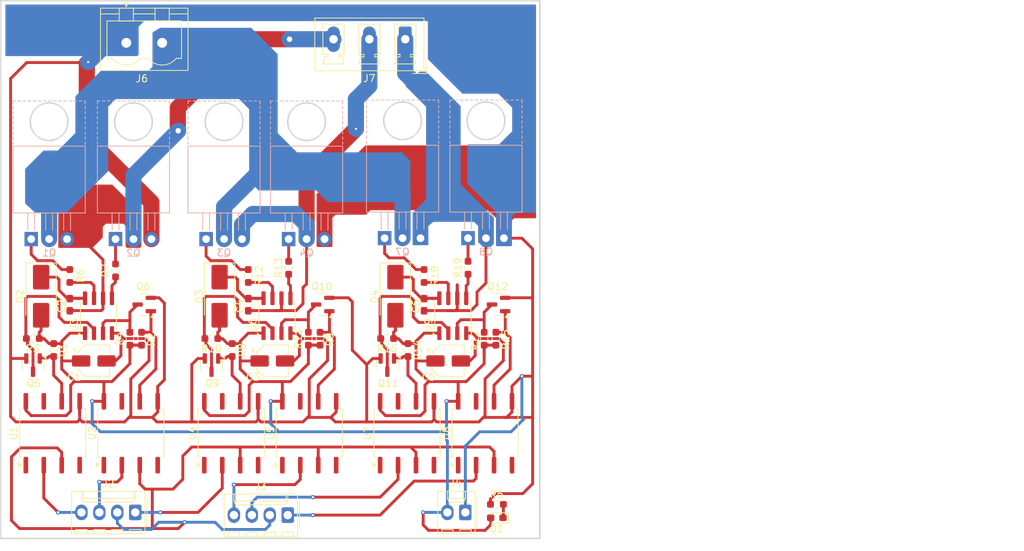
<source format=kicad_pcb>
(kicad_pcb (version 20241229) (generator "pcbnew") (generator_version "9.0")
  (layers (0 "F.Cu" signal) (2 "B.Cu" signal) (13 "F.Paste" user) (15 "B.Paste" user) (5 "F.SilkS" user "F.Silkscreen") (7 "B.SilkS" user "B.Silkscreen") (1 "F.Mask" user) (3 "B.Mask" user) (25 "Edge.Cuts" user))
  (net 0 "")
  (net 1 "GND_Inv")
  (net 2 "Gate_U_Mid")
  (net 3 "Net-(D2-K)")
  (net 4 "Gate_V_Mid")
  (net 5 "Net-(D3-K)")
  (net 6 "Net-(D4-K)")
  (net 7 "Gate_W_Mid")
  (net 8 "Net-(D1-K)")
  (net 9 "Signal_U_In")
  (net 10 "Signal_U_Sd")
  (net 11 "GND_Micro")
  (net 12 "Signal_V_In")
  (net 13 "Signal_W_In")
  (net 14 "Signal_V_Sd")
  (net 15 "Signal_W_Sd")
  (net 16 "Gate_U_High")
  (net 17 "Gate_U_Low")
  (net 18 "Gate_V_High")
  (net 19 "Gate_V_Low")
  (net 20 "Net-(Q5-B)")
  (net 21 "Net-(Q5-C)")
  (net 22 "Net-(Q6-C)")
  (net 23 "Net-(Q6-B)")
  (net 24 "Gate_W_High")
  (net 25 "Gate_W_Low")
  (net 26 "Net-(Q9-C)")
  (net 27 "Net-(Q9-B)")
  (net 28 "Net-(Q10-B)")
  (net 29 "Net-(Q10-C)")
  (net 30 "Net-(Q11-C)")
  (net 31 "Net-(Q11-B)")
  (net 32 "Net-(Q12-B)")
  (net 33 "Net-(Q12-C)")
  (net 34 "Net-(U3-HO)")
  (net 35 "Net-(U3-LO)")
  (net 36 "Net-(U9-HO)")
  (net 37 "Net-(U9-LO)")
  (net 53 "/Inversor/HVDC_Bus")
  (net 54 "/Inversor/12V_Inv")
  (net 55 "Net-(U6-HO)")
  (net 56 "Net-(U6-LO)")
  (footprint "Connector_Phoenix_MSTB:PhoenixContact_MSTBVA_2,5_2-G-5,08_1x02_P5.08mm_Vertical" (layer "F.Cu") (at 82.042 47.879)
    (property "Reference" "J6")
    (property "Value" "Conn_01x02")
  )
  (footprint "Resistor_SMD:R_0603_1608Metric_Pad0.98x0.95mm_HandSolder" (layer "F.Cu") (at 105.029 79.756 90)
    (property "Reference" "R13")
    (property "Value" "10")
  )
  (footprint "Resistor_SMD:R_0603_1608Metric_Pad0.98x0.95mm_HandSolder" (layer "F.Cu") (at 130.429 79.756 90)
    (property "Reference" "R19")
    (property "Value" "10")
  )
  (footprint "Capacitor_SMD:CP_Elec_4x5.4" (layer "F.Cu") (at 77.448 92.964)
    (property "Reference" "C1")
    (property "Value" "10uF")
  )
  (footprint "Package_SO:SOP-8_6.62x9.15mm_P2.54mm" (layer "F.Cu") (at 107.95 103.204 90)
    (property "Reference" "U5")
    (property "Value" "6N135")
  )
  (footprint "Resistor_SMD:R_0603_1608Metric_Pad0.98x0.95mm_HandSolder" (layer "F.Cu") (at 134.366 89.8125 90)
    (property "Reference" "R15")
    (property "Value" "2.2k")
  )
  (footprint "Capacitor_SMD:C_0603_1608Metric_Pad1.08x0.95mm_HandSolder" (layer "F.Cu") (at 99.314 84.9895 -90)
    (property "Reference" "C4")
    (property "Value" "100nF")
  )
  (footprint "LED_SMD:LED_0603_1608Metric_Pad1.05x0.95mm_HandSolder" (layer "F.Cu") (at 134.507 115.189 180)
    (property "Reference" "D1")
    (property "Value" "LED")
  )
  (footprint "Resistor_SMD:R_0603_1608Metric_Pad0.98x0.95mm_HandSolder" (layer "F.Cu") (at 124.206 80.9225 90)
    (property "Reference" "R18")
    (property "Value" "10")
  )
  (footprint "Package_SO:SOP-8_6.62x9.15mm_P2.54mm" (layer "F.Cu") (at 71.628 103.204 90)
    (property "Reference" "U1")
    (property "Value" "6N135")
  )
  (footprint "Package_SO:SOP-8_6.62x9.15mm_P2.54mm" (layer "F.Cu") (at 82.677 103.204 90)
    (property "Reference" "U2")
    (property "Value" "6N135")
  )
  (footprint "Resistor_SMD:R_0603_1608Metric_Pad0.98x0.95mm_HandSolder" (layer "F.Cu") (at 132.715 89.8125 90)
    (property "Reference" "R17")
    (property "Value" "10k")
  )
  (footprint "Package_SO:SOIC-8_3.9x4.9mm_P1.27mm" (layer "F.Cu") (at 128.27 86.549 90)
    (property "Reference" "U9")
    (property "Value" "IR2104")
  )
  (footprint "Package_SO:SOP-8_6.62x9.15mm_P2.54mm" (layer "F.Cu") (at 121.793 103.204 90)
    (property "Reference" "U7")
    (property "Value" "6N135")
  )
  (footprint "Package_TO_SOT_SMD:SOT-23" (layer "F.Cu") (at 68.834 93.5505 -90)
    (property "Reference" "Q5")
    (property "Value" "SS8050")
  )
  (footprint "Capacitor_SMD:C_0603_1608Metric_Pad1.08x0.95mm_HandSolder" (layer "F.Cu") (at 74.041 84.9895 -90)
    (property "Reference" "C2")
    (property "Value" "100nF")
  )
  (footprint "Resistor_SMD:R_0603_1608Metric_Pad0.98x0.95mm_HandSolder" (layer "F.Cu") (at 80.518 80.137 90)
    (property "Reference" "R7")
    (property "Value" "10")
  )
  (footprint "Resistor_SMD:R_0603_1608Metric_Pad0.98x0.95mm_HandSolder" (layer "F.Cu") (at 121.92 91.4165 -90)
    (property "Reference" "R14")
    (property "Value" "2.2k")
  )
  (footprint "Resistor_SMD:R_0603_1608Metric_Pad0.98x0.95mm_HandSolder" (layer "F.Cu") (at 107.823 89.8125 90)
    (property "Reference" "R11")
    (property "Value" "10k")
  )
  (footprint "Capacitor_SMD:CP_Elec_4x5.4" (layer "F.Cu") (at 127.613 92.964)
    (property "Reference" "C5")
    (property "Value" "10uF")
  )
  (footprint "Package_SO:SOP-8_6.62x9.15mm_P2.54mm" (layer "F.Cu") (at 132.842 103.204 90)
    (property "Reference" "U8")
    (property "Value" "6N135")
  )
  (footprint "Resistor_SMD:R_0603_1608Metric_Pad0.98x0.95mm_HandSolder" (layer "F.Cu") (at 82.55 89.8125 90)
    (property "Reference" "R4")
    (property "Value" "10k")
  )
  (footprint "Connector_Molex:Molex_KK-254_AE-6410-02A_1x02_P2.54mm_Vertical" (layer "F.Cu") (at 130.048 114.427 180)
    (property "Reference" "J4")
    (property "Value" "Conn_01x02")
  )
  (footprint "Resistor_SMD:R_0603_1608Metric_Pad0.98x0.95mm_HandSolder" (layer "F.Cu") (at 84.201 89.8125 90)
    (property "Reference" "R2")
    (property "Value" "2.2k")
  )
  (footprint "Package_TO_SOT_SMD:SOT-23" (layer "F.Cu") (at 134.747 84.963 180)
    (property "Reference" "Q12")
    (property "Value" "SS8050")
  )
  (footprint "Package_SO:SOP-8_6.62x9.15mm_P2.54mm" (layer "F.Cu") (at 96.901 103.204 90)
    (property "Reference" "U4")
    (property "Value" "6N135")
  )
  (footprint "Resistor_SMD:R_0603_1608Metric_Pad0.98x0.95mm_HandSolder" (layer "F.Cu") (at 94.0835 89.789 180)
    (property "Reference" "R10")
    (property "Value" "10k")
  )
  (footprint "Connector_Molex:Molex_KK-254_AE-6410-04A_1x04_P2.54mm_Vertical" (layer "F.Cu") (at 83.312 114.427 180)
    (property "Reference" "J2")
    (property "Value" "Conn_01x04")
  )
  (footprint "Resistor_SMD:R_0603_1608Metric_Pad0.98x0.95mm_HandSolder" (layer "F.Cu") (at 109.474 89.8125 90)
    (property "Reference" "R9")
    (property "Value" "2.2k")
  )
  (footprint "Resistor_SMD:R_0603_1608Metric_Pad0.98x0.95mm_HandSolder" (layer "F.Cu") (at 68.8105 89.789 180)
    (property "Reference" "R3")
    (property "Value" "10k")
  )
  (footprint "Capacitor_SMD:C_0603_1608Metric_Pad1.08x0.95mm_HandSolder" (layer "F.Cu") (at 124.206 84.9895 -90)
    (property "Reference" "C6")
    (property "Value" "100nF")
  )
  (footprint "Connector_Phoenix_MC_HighVoltage:PhoenixContact_MCV_1,5_3-G-5.08_1x03_P5.08mm_Vertical" (layer "F.Cu") (at 121.539 47.371 180)
    (property "Reference" "J7")
    (property "Value" "Conn_01x03")
  )
  (footprint "Capacitor_SMD:CP_Elec_4x5.4" (layer "F.Cu") (at 102.721 92.964)
    (property "Reference" "C3")
    (property "Value" "10uF")
  )
  (footprint "Resistor_SMD:R_0603_1608Metric_Pad0.98x0.95mm_HandSolder" (layer "F.Cu") (at 99.314 80.9225 90)
    (property "Reference" "R12")
    (property "Value" "10")
  )
  (footprint "Package_SO:SOIC-8_3.9x4.9mm_P1.27mm" (layer "F.Cu") (at 78.105 86.549 90)
    (property "Reference" "U3")
    (property "Value" "IR2104")
  )
  (footprint "Package_TO_SOT_SMD:SOT-23" (layer "F.Cu") (at 84.582 84.963 180)
    (property "Reference" "Q6")
    (property "Value" "SS8050")
  )
  (footprint "Resistor_SMD:R_0603_1608Metric_Pad0.98x0.95mm_HandSolder" (layer "F.Cu") (at 71.755 91.4165 -90)
    (property "Reference" "R1")
    (property "Value" "2.2k")
  )
  (footprint "Diode_SMD:D_SMB_Handsoldering" (layer "F.Cu") (at 120.142 83.787 -90)
    (property "Reference" "D4")
    (property "Value" "MUR260S")
  )
  (footprint "Package_SO:SOIC-8_3.9x4.9mm_P1.27mm" (layer "F.Cu") (at 103.378 86.549 90)
    (property "Reference" "U6")
    (property "Value" "IR2104")
  )
  (footprint "Diode_SMD:D_SMB_Handsoldering" (layer "F.Cu") (at 69.977 83.787 -90)
    (property "Reference" "D2")
    (property "Value" "MUR260S")
  )
  (footprint "Resistor_SMD:R_0603_1608Metric_Pad0.98x0.95mm_HandSolder" (layer "F.Cu") (at 118.9755 89.789 180)
    (property "Reference" "R16")
    (property "Value" "10k")
  )
  (footprint "Resistor_SMD:R_0603_1608Metric_Pad0.98x0.95mm_HandSolder" (layer "F.Cu") (at 134.5165 113.284 180)
    (property "Reference" "R5")
    (property "Value" "1.2k")
  )
  (footprint "Package_TO_SOT_SMD:SOT-23" (layer "F.Cu") (at 109.855 84.963 180)
    (property "Reference" "Q10")
    (property "Value" "SS8050")
  )
  (footprint "Package_TO_SOT_SMD:SOT-23" (layer "F.Cu") (at 94.107 93.5505 -90)
    (property "Reference" "Q9")
    (property "Value" "SS8050")
  )
  (footprint "Diode_SMD:D_SMB_Handsoldering" (layer "F.Cu") (at 95.25 83.787 -90)
    (property "Reference" "D3")
    (property "Value" "MUR260S")
  )
  (footprint "Resistor_SMD:R_0603_1608Metric_Pad0.98x0.95mm_HandSolder" (layer "F.Cu") (at 74.041 80.9225 90)
    (property "Reference" "R6")
    (property "Value" "10")
  )
  (footprint "Connector_Molex:Molex_KK-254_AE-6410-04A_1x04_P2.54mm_Vertical" (layer "F.Cu") (at 104.902 114.808 180)
    (property "Reference" "J3")
    (property "Value" "Conn_01x04")
  )
  (footprint "Package_TO_SOT_SMD:SOT-23" (layer "F.Cu") (at 118.999 93.5505 -90)
    (property "Reference" "Q11")
    (property "Value" "SS8050")
  )
  (footprint "Resistor_SMD:R_0603_1608Metric_Pad0.98x0.95mm_HandSolder" (layer "F.Cu") (at 97.028 91.4165 -90)
    (property "Reference" "R8")
    (property "Value" "2.2k")
  )
  (footprint "Package_TO_SOT_THT:TO-220-3_Horizontal_TabUp" (layer "B.Cu") (at 130.429 75.565)
    (property "Reference" "Q8")
    (property "Value" "TK8A65D")
  )
  (footprint "Package_TO_SOT_THT:TO-220-3_Horizontal_TabUp" (layer "B.Cu") (at 105.029 75.692)
    (property "Reference" "Q4")
    (property "Value" "TK8A65D")
  )
  (footprint "Package_TO_SOT_THT:TO-220-3_Horizontal_TabUp" (layer "B.Cu") (at 68.58 75.692)
    (property "Reference" "Q1")
    (property "Value" "TK8A65D")
  )
  (footprint "Package_TO_SOT_THT:TO-220-3_Horizontal_TabUp" (layer "B.Cu") (at 93.345 75.692)
    (property "Reference" "Q3")
    (property "Value" "TK8A65D")
  )
  (footprint "Package_TO_SOT_THT:TO-220-3_Horizontal_TabUp" (layer "B.Cu") (at 80.518 75.692)
    (property "Reference" "Q2")
    (property "Value" "TK8A65D")
  )
  (footprint "Package_TO_SOT_THT:TO-220-3_Horizontal_TabUp" (layer "B.Cu") (at 118.618 75.565)
    (property "Reference" "Q7")
    (property "Value" "TK8A65D")
  )
  (gr_poly (pts (xy 109.093 76.708) (xy 111.125 76.708) (xy 111.125 72.644) (xy 111.633 72.136) (xy 115.951 72.136) (xy 116.586 71.501) (xy 133.223 71.501) (xy 134.493 72.644) (xy 134.493 76.581) (xy 136.525 76.581) (xy 136.525 73.025) (xy 136.906 72.644) (xy 139.954 72.644) (xy 139.954 63.881) (xy 138.557 62.484) (xy 115.951 62.484) (xy 109.093 69.342)) (stroke (width 0.2)) (fill yes) (layer "F.Cu") (net 1))
  (gr_poly (pts (xy 72.517 76.835) (xy 77.216 76.835) (xy 78.613 75.438) (xy 78.613 73.914) (xy 79.121 73.406) (xy 81.661 73.406) (xy 82.042 73.787) (xy 82.042 76.708) (xy 82.169 76.835) (xy 83.947 76.835) (xy 84.074 76.708) (xy 84.074 72.136) (xy 80.01 68.072) (xy 73.533 68.072) (xy 72.517 69.088)) (stroke (width 0.2)) (fill yes) (layer "F.Cu") (net 2))
  (gr_poly (pts (xy 86.868 45.847) (xy 99.695 45.847) (xy 103.378 49.53) (xy 103.378 60.706) (xy 106.172 63.5) (xy 121.031 63.5) (xy 122.174 64.643) (xy 122.174 70.358) (xy 110.617 70.358) (xy 109.093 68.834) (xy 109.093 68.707) (xy 100.838 68.707) (xy 99.695 67.564) (xy 99.695 57.404) (xy 98.044 55.753) (xy 80.518 55.753) (xy 79.375 56.896) (xy 79.375 66.04) (xy 73.533 71.882) (xy 69.215 71.882) (xy 67.818 70.612) (xy 67.818 65.786) (xy 70.358 63.246) (xy 72.39 63.246) (xy 74.93 60.706) (xy 74.93 55.499) (xy 78.486 51.943) (xy 85.217 51.943) (xy 85.852 51.308) (xy 85.852 46.4566)) (stroke (width 0.2)) (fill yes) (layer "B.Cu") (net 53))
  (gr_poly (pts (xy 136.525 76.581) (xy 136.525 72.517) (xy 137.16 71.882) (xy 139.954 71.882) (xy 139.954 42.545) (xy 65.024 42.545) (xy 65.024 49.657) (xy 83.566 49.657) (xy 83.693 49.53) (xy 83.693 44.831) (xy 83.566 44.704) (xy 124.714 44.704) (xy 124.841 44.831) (xy 124.841 50.165) (xy 129.667 54.991) (xy 134.747 54.991) (xy 136.779 57.023) (xy 136.779 60.452) (xy 134.874 62.357) (xy 130.429 62.357) (xy 130.429 67.818) (xy 134.493 71.830394) (xy 134.493 76.581)) (stroke (width 0.2)) (fill yes) (layer "B.Cu") (net 1))
  (gr_poly (pts (xy 122.682 76.454) (xy 122.682 72.009) (xy 124.587 70.104) (xy 124.587 56.896) (xy 121.666 53.975) (xy 123.571 52.07) (xy 124.46 52.07) (xy 129.286 56.896) (xy 129.286 67.945) (xy 133.985 72.694132) (xy 133.985 76.327) (xy 133.604 76.708) (xy 132.588 76.708) (xy 131.953 76.073) (xy 131.953 73.787) (xy 131.318 73.152) (xy 125.476 73.152) (xy 124.714 73.787) (xy 124.714 76.454)) (stroke (width 0.2)) (fill yes) (layer "B.Cu") (net 7))
  (gr_circle (center 71.12 59.055) (end 73.787 59.055) (stroke (width 0.2)) (fill no) (layer "Edge.Cuts"))
  (gr_circle (center 83.058 59.055) (end 85.725 59.055) (stroke (width 0.2)) (fill no) (layer "Edge.Cuts"))
  (gr_circle (center 95.885 59.055) (end 98.552 59.055) (stroke (width 0.2)) (fill no) (layer "Edge.Cuts"))
  (gr_circle (center 121.158 58.928) (end 123.825 58.928) (stroke (width 0.2)) (fill no) (layer "Edge.Cuts"))
  (gr_rect (start 64.262 41.91) (end 140.589 118.11) (stroke (width 0.2)) (fill no) (layer "Edge.Cuts"))
  (gr_circle (center 107.569 59.055) (end 110.236 59.055) (stroke (width 0.2)) (fill no) (layer "Edge.Cuts"))
  (gr_circle (center 132.969 58.928) (end 135.636 59.055) (stroke (width 0.2)) (fill no) (layer "Edge.Cuts"))
  (segment (start 80.01 89.024) (end 80.896 89.024) (width 0.4064) (layer "F.Cu") (net 1))
  (segment (start 79.27 92.964) (end 79.248 92.986) (width 0.4064) (layer "F.Cu") (net 1))
  (segment (start 131.953 101.6) (end 132.588 100.965) (width 0.4064) (layer "F.Cu") (net 1))
  (segment (start 85.725 100.965) (end 82.423 100.965) (width 0.4064) (layer "F.Cu") (net 1))
  (segment (start 110.7925 84.013) (end 113.477 84.013) (width 0.4064) (layer "F.Cu") (net 1))
  (segment (start 82.677 95.504) (end 82.677 100.711) (width 0.4064) (layer "F.Cu") (net 1))
  (segment (start 138.049 75.565) (end 135.509 75.565) (width 0.4064) (layer "F.Cu") (net 1))
  (segment (start 105.791 92.964) (end 106.553 92.202) (width 0.4064) (layer "F.Cu") (net 1))
  (segment (start 86.68 84.013) (end 87.437 84.77) (width 0.4064) (layer "F.Cu") (net 1))
  (segment (start 100.711 98.679) (end 100.711 100.584) (width 0.4064) (layer "F.Cu") (net 1))
  (segment (start 111.76 98.679) (end 111.76 100.203) (width 0.4064) (layer "F.Cu") (net 1))
  (segment (start 116.078 101.6) (end 111.633 101.6) (width 0.4064) (layer "F.Cu") (net 1))
  (segment (start 81.6637 89.7917) (end 84.669282 89.7917) (width 0.4064) (layer "F.Cu") (net 1))
  (segment (start 67.945 50.673) (end 77.216 50.673) (width 0.4064) (layer "F.Cu") (net 1))
  (segment (start 85.2655 92.9155) (end 82.677 95.504) (width 0.4064) (layer "F.Cu") (net 1))
  (segment (start 82.677 100.711) (end 82.423 100.965) (width 0.4064) (layer "F.Cu") (net 1))
  (segment (start 67.884 92.613) (end 65.689 92.613) (width 0.4064) (layer "F.Cu") (net 1))
  (segment (start 100.711 98.726) (end 100.711 99.8855) (width 0.4064) (layer "F.Cu") (net 1))
  (segment (start 87.437 95.631) (end 86.487 96.581) (width 0.4064) (layer "F.Cu") (net 1))
  (segment (start 106.553 92.202) (end 106.553 90.1754) (width 0.4064) (layer "F.Cu") (net 1))
  (segment (start 139.573 110.363) (end 138.176 111.76) (width 0.4064) (layer "F.Cu") (net 1))
  (segment (start 125.603 100.584) (end 125.603 101.219) (width 0.4064) (layer "F.Cu") (net 1))
  (segment (start 116.078 93.472) (end 116.937 92.613) (width 0.4064) (layer "F.Cu") (net 1))
  (segment (start 66.421 101.6) (end 65.659 100.838) (width 0.4064) (layer "F.Cu") (net 1))
  (segment (start 110.998 100.965) (end 107.696 100.965) (width 0.4064) (layer "F.Cu") (net 1))
  (segment (start 111.633 101.6) (end 110.998 100.965) (width 0.4064) (layer "F.Cu") (net 1))
  (segment (start 106.553 90.1754) (end 106.9367 89.7917) (width 0.4064) (layer "F.Cu") (net 1))
  (segment (start 80.896 89.024) (end 81.6637 89.7917) (width 0.4064) (layer "F.Cu") (net 1))
  (segment (start 104.521 92.964) (end 105.791 92.964) (width 0.4064) (layer "F.Cu") (net 1))
  (segment (start 114.046 91.44) (end 116.078 93.472) (width 0.4064) (layer "F.Cu") (net 1))
  (segment (start 76.454 50.8) (end 76.6445 50.6095) (width 2.286) (layer "F.Cu") (net 1))
  (segment (start 93.157 92.613) (end 92.172 92.613) (width 0.4064) (layer "F.Cu") (net 1))
  (segment (start 132.842 95.504) (end 132.842 100.711) (width 0.4064) (layer "F.Cu") (net 1))
  (segment (start 86.487 100.203) (end 85.725 100.965) (width 0.4064) (layer "F.Cu") (net 1))
  (segment (start 105.283 89.024) (end 106.169 89.024) (width 0.4064) (layer "F.Cu") (net 1))
  (segment (start 125.603 101.219) (end 125.63475 101.25075) (width 0.4064) (layer "F.Cu") (net 1))
  (segment (start 132.842 100.711) (end 132.588 100.965) (width 0.4064) (layer "F.Cu") (net 1))
  (segment (start 139.573 100.965) (end 139.573 95.123) (width 0.4064) (layer "F.Cu") (net 1))
  (segment (start 109.942282 89.7917) (end 110.5385 90.387918) (width 0.4064) (layer "F.Cu") (net 1))
  (segment (start 133.604 112.522) (end 133.604 113.284) (width 0.4064) (layer "F.Cu") (net 1))
  (segment (start 106.9367 89.7917) (end 109.942282 89.7917) (width 0.4064) (layer "F.Cu") (net 1))
  (segment (start 75.46975 101.25075) (end 75.1205 101.6) (width 0.4064) (layer "F.Cu") (net 1))
  (segment (start 81.28 92.202) (end 81.28 90.1754) (width 0.4064) (layer "F.Cu") (net 1))
  (segment (start 138.049 95.123) (end 139.573 95.123) (width 0.4064) (layer "F.Cu") (net 1))
  (segment (start 85.598 75.692) (end 85.598 70.485) (width 2.286) (layer "F.Cu") (net 1))
  (segment (start 100.3935 101.6) (end 100.74275 101.25075) (width 0.4064) (layer "F.Cu") (net 1))
  (segment (start 135.89 100.965) (end 136.652 100.203) (width 0.4064) (layer "F.Cu") (net 1))
  (segment (start 100.711 101.219) (end 100.74275 101.25075) (width 0.4064) (layer "F.Cu") (net 1))
  (segment (start 116.937 92.613) (end 118.049 92.613) (width 0.4064) (layer "F.Cu") (net 1))
  (segment (start 75.438 98.679) (end 75.438 100.584) (width 0.4064) (layer "F.Cu") (net 1))
  (segment (start 75.819 101.6) (end 81.788 101.6) (width 0.4064) (layer "F.Cu") (net 1))
  (segment (start 114.046 84.582) (end 114.046 91.44) (width 0.4064) (layer "F.Cu") (net 1))
  (segment (start 107.95 95.504) (end 107.95 100.711) (width 0.4064) (layer "F.Cu") (net 1))
  (segment (start 75.46975 101.25075) (end 75.819 101.6) (width 0.4064) (layer "F.Cu") (net 1))
  (segment (start 116.078 101.6) (end 116.078 93.472) (width 0.4064) (layer "F.Cu") (net 1))
  (segment (start 125.2855 101.6) (end 116.078 101.6) (width 0.4064) (layer "F.Cu") (net 1))
  (segment (start 65.659 100.838) (end 65.659 52.959) (width 0.4064) (layer "F.Cu") (net 1))
  (segment (start 131.445 92.202) (end 131.445 90.1754) (width 0.4064) (layer "F.Cu") (net 1))
  (segment (start 101.092 101.6) (end 107.061 101.6) (width 0.4064) (layer "F.Cu") (net 1))
  (segment (start 75.1205 101.6) (end 66.421 101.6) (width 0.4064) (layer "F.Cu") (net 1))
  (segment (start 91.313 93.472) (end 91.313 101.6) (width 0.4064) (layer "F.Cu") (net 1))
  (segment (start 135.6845 84.013) (end 139.507 84.013) (width 0.4064) (layer "F.Cu") (net 1))
  (segment (start 134.834282 89.7917) (end 135.4305 90.387918) (width 0.4064) (layer "F.Cu") (net 1))
  (segment (start 131.061 89.024) (end 131.8287 89.7917) (width 0.4064) (layer "F.Cu") (net 1))
  (segment (start 75.438 98.726) (end 75.438 99.8855) (width 0.4064) (layer "F.Cu") (net 1))
  (segment (start 130.683 92.964) (end 131.445 92.202) (width 0.4064) (layer "F.Cu") (net 1))
  (segment (start 129.435 92.964) (end 129.413 92.986) (width 0.4064) (layer "F.Cu") (net 1))
  (segment (start 125.603 98.726) (end 125.603 100.584) (width 0.4064) (layer "F.Cu") (net 1))
  (segment (start 131.8287 89.7917) (end 134.834282 89.7917) (width 0.4064) (layer "F.Cu") (net 1))
  (segment (start 125.63475 101.25075) (end 125.984 101.6) (width 0.4064) (layer "F.Cu") (net 1))
  (segment (start 139.573 95.123) (end 139.573 83.947) (width 0.4064) (layer "F.Cu") (net 1))
  (segment (start 125.603 98.726) (end 125.603 99.8855) (width 0.4064) (layer "F.Cu") (net 1))
  (segment (start 132.588 100.965) (end 135.89 100.965) (width 0.4064) (layer "F.Cu") (net 1))
  (segment (start 100.711 98.726) (end 100.711 100.584) (width 0.4064) (layer "F.Cu") (net 1))
  (segment (start 125.2855 101.6) (end 125.63475 101.25075) (width 0.4064) (layer "F.Cu") (net 1))
  (segment (start 91.313 101.6) (end 86.36 101.6) (width 0.4064) (layer "F.Cu") (net 1))
  (segment (start 100.74275 101.25075) (end 101.092 101.6) (width 0.4064) (layer "F.Cu") (net 1))
  (segment (start 81.28 90.1754) (end 81.6637 89.7917) (width 0.4064) (layer "F.Cu") (net 1))
  (segment (start 107.95 100.711) (end 107.696 100.965) (width 0.4064) (layer "F.Cu") (net 1))
  (segment (start 85.598 70.485) (end 76.454 61.341) (width 2.286) (layer "F.Cu") (net 1))
  (segment (start 100.3935 101.6) (end 91.313 101.6) (width 0.4064) (layer "F.Cu") (net 1))
  (segment (start 110.5385 92.9155) (end 107.95 95.504) (width 0.4064) (layer "F.Cu") (net 1))
  (segment (start 139.507 84.013) (end 139.573 83.947) (width 0.4064) (layer "F.Cu") (net 1))
  (segment (start 135.4305 90.387918) (end 135.4305 92.9155) (width 0.4064) (layer "F.Cu") (net 1))
  (segment (start 136.652 96.52) (end 138.049 95.123) (width 0.4064) (layer "F.Cu") (net 1))
  (segment (start 85.2655 90.387918) (end 85.2655 92.9155) (width 0.4064) (layer "F.Cu") (net 1))
  (segment (start 139.573 77.089) (end 138.049 75.565) (width 0.4064) (layer "F.Cu") (net 1))
  (segment (start 100.711 100.584) (end 100.711 101.219) (width 0.4064) (layer "F.Cu") (net 1))
  (segment (start 125.984 101.6) (end 131.953 101.6) (width 0.4064) (layer "F.Cu") (net 1))
  (segment (start 131.445 90.1754) (end 131.8287 89.7917) (width 0.4064) (layer "F.Cu") (net 1))
  (segment (start 87.437 84.77) (end 87.437 95.631) (width 0.4064) (layer "F.Cu") (net 1))
  (segment (start 125.603 98.679) (end 125.603 100.584) (width 0.4064) (layer "F.Cu") (net 1))
  (segment (start 130.175 89.024) (end 131.061 89.024) (width 0.4064) (layer "F.Cu") (net 1))
  (segment (start 139.573 100.965) (end 135.636 100.965) (width 0.4064) (layer "F.Cu") (net 1))
  (segment (start 86.487 96.581) (end 86.487 100.203) (width 0.4064) (layer "F.Cu") (net 1))
  (segment (start 135.4305 92.9155) (end 132.842 95.504) (width 0.4064) (layer "F.Cu") (net 1))
  (segment (start 129.413 92.964) (end 130.683 92.964) (width 0.4064) (layer "F.Cu") (net 1))
  (segment (start 107.061 101.6) (end 107.696 100.965) (width 0.4064) (layer "F.Cu") (net 1))
  (segment (start 75.438 101.219) (end 75.46975 101.25075) (width 0.4064) (layer "F.Cu") (net 1))
  (segment (start 86.36 101.6) (end 85.725 100.965) (width 0.4064) (layer "F.Cu") (net 1))
  (segment (start 106.169 89.024) (end 106.9367 89.7917) (width 0.4064) (layer "F.Cu") (net 1))
  (segment (start 79.248 92.964) (end 80.518 92.964) (width 0.4064) (layer "F.Cu") (net 1))
  (segment (start 138.176 111.76) (end 134.366 111.76) (width 0.4064) (layer "F.Cu") (net 1))
  (segment (start 84.669282 89.7917) (end 85.2655 90.387918) (width 0.4064) (layer "F.Cu") (net 1))
  (segment (start 134.366 111.76) (end 133.604 112.522) (width 0.4064) (layer "F.Cu") (net 1))
  (segment (start 76.454 61.341) (end 76.454 50.8) (width 2.286) (layer "F.Cu") (net 1))
  (segment (start 111.76 100.203) (end 110.998 100.965) (width 0.4064) (layer "F.Cu") (net 1))
  (segment (start 75.438 98.726) (end 75.438 100.584) (width 0.4064) (layer "F.Cu") (net 1))
  (segment (start 65.659 52.959) (end 67.945 50.673) (width 0.4064) (layer "F.Cu") (net 1))
  (segment (start 81.788 101.6) (end 82.423 100.965) (width 0.4064) (layer "F.Cu") (net 1))
  (segment (start 139.573 100.965) (end 139.573 110.363) (width 0.4064) (layer "F.Cu") (net 1))
  (segment (start 113.477 84.013) (end 114.046 84.582) (width 0.4064) (layer "F.Cu") (net 1))
  (segment (start 85.5195 84.013) (end 86.68 84.013) (width 0.4064) (layer "F.Cu") (net 1))
  (segment (start 92.172 92.613) (end 91.313 93.472) (width 0.4064) (layer "F.Cu") (net 1))
  (segment (start 139.573 83.947) (end 139.573 77.089) (width 0.4064) (layer "F.Cu") (net 1))
  (segment (start 110.5385 90.387918) (end 110.5385 92.9155) (width 0.4064) (layer "F.Cu") (net 1))
  (segment (start 104.543 92.964) (end 104.521 92.986) (width 0.4064) (layer "F.Cu") (net 1))
  (segment (start 136.652 100.203) (end 136.652 96.52) (width 0.4064) (layer "F.Cu") (net 1))
  (segment (start 80.518 92.964) (end 81.28 92.202) (width 0.4064) (layer "F.Cu") (net 1))
  (segment (start 75.438 100.584) (end 75.438 101.219) (width 0.4064) (layer "F.Cu") (net 1))
  (via (at 138.049 95.123) (size 0.6) (drill 0.3) (layers "F.Cu" "B.Cu") (net 1))
  (via (at 76.6445 50.6095) (size 0.6) (drill 0.3) (layers "F.Cu" "B.Cu") (net 1))
  (segment (start 79.375 47.879) (end 82.042 47.879) (width 2.286) (layer "B.Cu") (net 1))
  (segment (start 132.08 102.997) (end 136.525 102.997) (width 0.4064) (layer "B.Cu") (net 1))
  (segment (start 82.042 47.879) (end 82.042 45.72) (width 2.286) (layer "B.Cu") (net 1))
  (segment (start 138.049 100.965) (end 138.049 95.123) (width 0.4064) (layer "B.Cu") (net 1))
  (segment (start 138.303 101.219) (end 138.049 100.965) (width 0.4064) (layer "B.Cu") (net 1))
  (segment (start 82.042 45.72) (end 83.947 43.815) (width 2.286) (layer "B.Cu") (net 1))
  (segment (start 136.525 102.997) (end 138.303 101.219) (width 0.4064) (layer "B.Cu") (net 1))
  (segment (start 130.048 114.808) (end 130.048 105.029) (width 0.4064) (layer "B.Cu") (net 1))
  (segment (start 76.6445 50.6095) (end 79.375 47.879) (width 2.286) (layer "B.Cu") (net 1))
  (segment (start 130.048 105.029) (end 132.08 102.997) (width 0.4064) (layer "B.Cu") (net 1))
  (segment (start 89.395 60.338) (end 89.342 60.285) (width 0.508) (layer "F.Cu") (net 2))
  (segment (start 78.74 82.169) (end 78.74 78.613) (width 0.4064) (layer "F.Cu") (net 2))
  (segment (start 78.74 78.613) (end 75.692 75.565) (width 0.4064) (layer "F.Cu") (net 2))
  (segment (start 89.342 57.089) (end 89.342 60.285) (width 2.286) (layer "F.Cu") (net 2))
  (segment (start 73.787 75.565) (end 73.66 75.692) (width 0.4064) (layer "F.Cu") (net 2))
  (segment (start 78.5125 85.8255) (end 74.041 85.8255) (width 0.4064) (layer "F.Cu") (net 2))
  (segment (start 78.74 82.169) (end 78.74 84.074) (width 0.4064) (layer "F.Cu") (net 2))
  (segment (start 75.692 75.565) (end 73.787 75.565) (width 0.4064) (layer "F.Cu") (net 2))
  (segment (start 78.74 82.169) (end 78.74 85.598) (width 0.4064) (layer "F.Cu") (net 2))
  (segment (start 78.74 85.598) (end 78.5125 85.8255) (width 0.4064) (layer "F.Cu") (net 2))
  (segment (start 99.06 47.371) (end 89.342 57.089) (width 2.286) (layer "F.Cu") (net 2))
  (segment (start 105.156 47.371) (end 99.06 47.371) (width 2.286) (layer "F.Cu") (net 2))
  (via (at 105.156 47.371) (size 1.016) (drill 0.762) (layers "F.Cu" "B.Cu") (net 2))
  (via (at 89.395 60.338) (size 1.016) (drill 0.762) (layers "F.Cu" "B.Cu") (net 2))
  (segment (start 83.058 69.215) (end 83.058 71.882) (width 2.286) (layer "B.Cu") (net 2))
  (segment (start 83.058 69.977) (end 83.058 69.215) (width 2.286) (layer "B.Cu") (net 2))
  (segment (start 83.058 71.882) (end 83.058 69.977) (width 2.286) (layer "B.Cu") (net 2))
  (segment (start 83.058 75.692) (end 83.058 71.882) (width 2.286) (layer "B.Cu") (net 2))
  (segment (start 105.156 47.371) (end 111.379 47.371) (width 2.286) (layer "B.Cu") (net 2))
  (segment (start 83.058 66.675) (end 83.058 69.215) (width 2.286) (layer "B.Cu") (net 2))
  (segment (start 89.395 60.338) (end 83.058 66.675) (width 2.286) (layer "B.Cu") (net 2))
  (segment (start 74.094 84.074) (end 74.041 84.127) (width 0.4064) (layer "F.Cu") (net 3))
  (segment (start 75.184 84.1005) (end 75.438 84.1005) (width 0.4064) (layer "F.Cu") (net 3))
  (segment (start 76.1115 84.1005) (end 76.2 84.012) (width 0.4064) (layer "F.Cu") (net 3))
  (segment (start 75.438 84.1005) (end 75.4645 84.074) (width 0.4064) (layer "F.Cu") (net 3))
  (segment (start 76.2 84.074) (end 74.094 84.074) (width 0.4064) (layer "F.Cu") (net 3))
  (segment (start 75.184 84.1005) (end 73.6865 84.1005) (width 0.4064) (layer "F.Cu") (net 3))
  (segment (start 73.6865 84.1005) (end 72.517 82.931) (width 0.4064) (layer "F.Cu") (net 3))
  (segment (start 72.517 82.931) (end 72.517 81.407) (width 0.4064) (layer "F.Cu") (net 3))
  (segment (start 75.4645 84.074) (end 76.2 84.074) (width 0.4064) (layer "F.Cu") (net 3))
  (segment (start 72.197 81.087) (end 69.977 81.087) (width 0.4064) (layer "F.Cu") (net 3))
  (segment (start 75.184 84.1005) (end 76.1115 84.1005) (width 0.4064) (layer "F.Cu") (net 3))
  (segment (start 72.517 81.407) (end 72.197 81.087) (width 0.4064) (layer "F.Cu") (net 3))
  (segment (start 106.0715 85.8255) (end 107.061 84.836) (width 0.4064) (layer "F.Cu") (net 4))
  (segment (start 107.061 82.55) (end 107.569 82.042) (width 0.4064) (layer "F.Cu") (net 4))
  (segment (start 103.7855 85.8255) (end 102.997 85.8255) (width 0.4064) (layer "F.Cu") (net 4))
  (segment (start 107.569 82.042) (end 107.569 75.692) (width 0.4064) (layer "F.Cu") (net 4))
  (segment (start 107.569 67.056) (end 114.554 60.071) (width 2.286) (layer "F.Cu") (net 4))
  (segment (start 107.569 75.692) (end 107.569 67.056) (width 2.286) (layer "F.Cu") (net 4))
  (segment (start 107.061 84.836) (end 107.061 82.55) (width 0.4064) (layer "F.Cu") (net 4))
  (segment (start 102.997 85.8255) (end 106.0715 85.8255) (width 0.4064) (layer "F.Cu") (net 4))
  (segment (start 102.997 85.8255) (end 99.314 85.8255) (width 0.4064) (layer "F.Cu") (net 4))
  (segment (start 104.013 85.598) (end 103.7855 85.8255) (width 0.4064) (layer "F.Cu") (net 4))
  (segment (start 104.013 85.598) (end 104.013 84.074) (width 0.4064) (layer "F.Cu") (net 4))
  (via (at 114.554 60.071) (size 0.6) (drill 0.3) (layers "F.Cu" "B.Cu") (net 4))
  (segment (start 107.569 73.66) (end 107.569 75.692) (width 2.286) (layer "B.Cu") (net 4))
  (segment (start 116.459 53.975) (end 116.459 47.371) (width 2.286) (layer "B.Cu") (net 4))
  (segment (start 114.554 55.88) (end 116.459 53.975) (width 2.286) (layer "B.Cu") (net 4))
  (segment (start 114.554 60.071) (end 114.554 55.88) (width 2.286) (layer "B.Cu") (net 4))
  (segment (start 98.425 73.66) (end 99.949 72.136) (width 2.286) (layer "B.Cu") (net 4))
  (segment (start 99.949 72.136) (end 106.045 72.136) (width 2.286) (layer "B.Cu") (net 4))
  (segment (start 98.425 75.692) (end 98.425 73.66) (width 2.286) (layer "B.Cu") (net 4))
  (segment (start 106.045 72.136) (end 107.569 73.66) (width 2.286) (layer "B.Cu") (net 4))
  (segment (start 100.7375 84.074) (end 101.473 84.074) (width 0.4064) (layer "F.Cu") (net 5))
  (segment (start 101.473 84.074) (end 99.367 84.074) (width 0.4064) (layer "F.Cu") (net 5))
  (segment (start 99.367 84.074) (end 99.314 84.127) (width 0.4064) (layer "F.Cu") (net 5))
  (segment (start 97.47 81.087) (end 95.25 81.087) (width 0.4064) (layer "F.Cu") (net 5))
  (segment (start 100.457 84.1005) (end 101.3845 84.1005) (width 0.4064) (layer "F.Cu") (net 5))
  (segment (start 98.9595 84.1005) (end 97.79 82.931) (width 0.4064) (layer "F.Cu") (net 5))
  (segment (start 100.711 84.1005) (end 100.7375 84.074) (width 0.4064) (layer "F.Cu") (net 5))
  (segment (start 101.3845 84.1005) (end 101.473 84.012) (width 0.4064) (layer "F.Cu") (net 5))
  (segment (start 100.457 84.1005) (end 100.711 84.1005) (width 0.4064) (layer "F.Cu") (net 5))
  (segment (start 97.79 82.931) (end 97.79 81.407) (width 0.4064) (layer "F.Cu") (net 5))
  (segment (start 97.79 81.407) (end 97.47 81.087) (width 0.4064) (layer "F.Cu") (net 5))
  (segment (start 100.457 84.1005) (end 98.9595 84.1005) (width 0.4064) (layer "F.Cu") (net 5))
  (segment (start 126.2765 84.1005) (end 126.365 84.012) (width 0.4064) (layer "F.Cu") (net 6))
  (segment (start 122.682 82.931) (end 122.682 81.407) (width 0.4064) (layer "F.Cu") (net 6))
  (segment (start 122.682 81.407) (end 122.362 81.087) (width 0.4064) (layer "F.Cu") (net 6))
  (segment (start 125.349 84.1005) (end 125.603 84.1005) (width 0.4064) (layer "F.Cu") (net 6))
  (segment (start 124.259 84.074) (end 124.206 84.127) (width 0.4064) (layer "F.Cu") (net 6))
  (segment (start 125.349 84.1005) (end 123.8515 84.1005) (width 0.4064) (layer "F.Cu") (net 6))
  (segment (start 122.362 81.087) (end 120.142 81.087) (width 0.4064) (layer "F.Cu") (net 6))
  (segment (start 125.6295 84.074) (end 126.365 84.074) (width 0.4064) (layer "F.Cu") (net 6))
  (segment (start 126.365 84.074) (end 124.259 84.074) (width 0.4064) (layer "F.Cu") (net 6))
  (segment (start 123.8515 84.1005) (end 122.682 82.931) (width 0.4064) (layer "F.Cu") (net 6))
  (segment (start 125.349 84.1005) (end 126.2765 84.1005) (width 0.4064) (layer "F.Cu") (net 6))
  (segment (start 125.603 84.1005) (end 125.6295 84.074) (width 0.4064) (layer "F.Cu") (net 6))
  (segment (start 131.699 83.185) (end 132.969 81.915) (width 0.4064) (layer "F.Cu") (net 7))
  (segment (start 132.969 81.915) (end 132.969 75.565) (width 0.4064) (layer "F.Cu") (net 7))
  (segment (start 131.699 84.963) (end 131.699 83.185) (width 0.4064) (layer "F.Cu") (net 7))
  (segment (start 128.905 82.169) (end 128.905 85.598) (width 0.4064) (layer "F.Cu") (net 7))
  (segment (start 130.8365 85.8255) (end 131.699 84.963) (width 0.4064) (layer "F.Cu") (net 7))
  (segment (start 128.6775 85.8255) (end 127.508 85.8255) (width 0.4064) (layer "F.Cu") (net 7))
  (segment (start 128.905 85.598) (end 128.6775 85.8255) (width 0.4064) (layer "F.Cu") (net 7))
  (segment (start 128.905 82.169) (end 128.905 84.074) (width 0.4064) (layer "F.Cu") (net 7))
  (segment (start 127.508 85.8255) (end 130.8365 85.8255) (width 0.4064) (layer "F.Cu") (net 7))
  (segment (start 127.508 85.8255) (end 124.206 85.8255) (width 0.4064) (layer "F.Cu") (net 7))
  (segment (start 127.254 57.912) (end 121.539 52.197) (width 2.286) (layer "B.Cu") (net 7))
  (segment (start 127.254 71.755) (end 127.254 57.912) (width 2.286) (layer "B.Cu") (net 7))
  (segment (start 121.539 52.197) (end 121.539 47.371) (width 2.286) (layer "B.Cu") (net 7))
  (segment (start 125.349 71.755) (end 127.254 71.755) (width 2.286) (layer "B.Cu") (net 7))
  (segment (start 135.429 115.142) (end 135.382 115.189) (width 0.4064) (layer "F.Cu") (net 8))
  (segment (start 135.429 113.284) (end 135.429 115.142) (width 0.4064) (layer "F.Cu") (net 8))
  (segment (start 72.39 114.427) (end 70.358 112.395) (width 0.4064) (layer "F.Cu") (net 9))
  (segment (start 70.358 112.395) (end 70.358 107.729) (width 0.4064) (layer "F.Cu") (net 9))
  (via (at 72.39 114.427) (size 0.6) (drill 0.3) (layers "F.Cu" "B.Cu") (net 9))
  (segment (start 72.39 114.427) (end 75.692 114.427) (width 0.4064) (layer "B.Cu") (net 9))
  (segment (start 78.232 110.109) (end 80.772 110.109) (width 0.4064) (layer "F.Cu") (net 10))
  (segment (start 80.772 110.109) (end 81.407 109.474) (width 0.4064) (layer "F.Cu") (net 10))
  (segment (start 81.407 109.474) (end 81.407 107.729) (width 0.4064) (layer "F.Cu") (net 10))
  (via (at 78.232 110.109) (size 0.6) (drill 0.3) (layers "F.Cu" "B.Cu") (net 10))
  (segment (start 78.232 114.427) (end 78.232 110.109) (width 0.4064) (layer "B.Cu") (net 10))
  (segment (start 123.063 105.918) (end 123.063 107.729) (width 0.4064) (layer "F.Cu") (net 11))
  (segment (start 109.22 107.729) (end 109.22 105.156) (width 0.4064) (layer "F.Cu") (net 11))
  (segment (start 122.301 105.156) (end 133.477 105.156) (width 0.4064) (layer "F.Cu") (net 11))
  (segment (start 85.725 116.713) (end 89.408 116.713) (width 0.4064) (layer "F.Cu") (net 11))
  (segment (start 133.477 105.156) (end 134.112 105.791) (width 0.4064) (layer "F.Cu") (net 11))
  (segment (start 134.112 105.791) (end 134.112 107.729) (width 0.4064) (layer "F.Cu") (net 11))
  (segment (start 85.725 111.252) (end 85.598 111.125) (width 0.4064) (layer "F.Cu") (net 11))
  (segment (start 91.313 105.156) (end 122.301 105.156) (width 0.4064) (layer "F.Cu") (net 11))
  (segment (start 72.898 107.729) (end 72.898 105.918) (width 0.4064) (layer "F.Cu") (net 11))
  (segment (start 65.786 106.553) (end 65.786 115.57) (width 0.4064) (layer "F.Cu") (net 11))
  (segment (start 80.899 114.427) (end 80.772 114.427) (width 0.4064) (layer "F.Cu") (net 11))
  (segment (start 98.171 105.156) (end 97.663 105.156) (width 0.4064) (layer "F.Cu") (net 11))
  (segment (start 89.408 116.713) (end 90.297 115.824) (width 0.4064) (layer "F.Cu") (net 11))
  (segment (start 72.898 105.918) (end 72.263 105.283) (width 0.4064) (layer "F.Cu") (net 11))
  (segment (start 86.868 111.125) (end 88.646 111.125) (width 0.4064) (layer "F.Cu") (net 11))
  (segment (start 66.929 116.713) (end 85.725 116.713) (width 0.4064) (layer "F.Cu") (net 11))
  (segment (start 88.646 111.125) (end 90.043 109.728) (width 0.4064) (layer "F.Cu") (net 11))
  (segment (start 85.598 111.125) (end 86.868 111.125) (width 0.4064) (layer "F.Cu") (net 11))
  (segment (start 67.056 105.283) (end 65.786 106.553) (width 0.4064) (layer "F.Cu") (net 11))
  (segment (start 98.171 107.729) (end 98.171 105.156) (width 0.4064) (layer "F.Cu") (net 11))
  (segment (start 122.301 105.156) (end 123.063 105.918) (width 0.4064) (layer "F.Cu") (net 11))
  (segment (start 90.043 106.426) (end 91.313 105.156) (width 0.4064) (layer "F.Cu") (net 11))
  (segment (start 85.725 116.713) (end 85.725 111.252) (width 0.4064) (layer "F.Cu") (net 11))
  (segment (start 90.043 109.728) (end 90.043 106.426) (width 0.4064) (layer "F.Cu") (net 11))
  (segment (start 65.786 115.57) (end 66.929 116.713) (width 0.4064) (layer "F.Cu") (net 11))
  (segment (start 72.263 105.283) (end 67.056 105.283) (width 0.4064) (layer "F.Cu") (net 11))
  (segment (start 83.947 107.729) (end 83.947 110.363) (width 0.4064) (layer "F.Cu") (net 11))
  (segment (start 83.947 110.363) (end 84.709 111.125) (width 0.4064) (layer "F.Cu") (net 11))
  (segment (start 84.709 111.125) (end 85.598 111.125) (width 0.4064) (layer "F.Cu") (net 11))
  (via (at 90.297 115.824) (size 0.6) (drill 0.3) (layers "F.Cu" "B.Cu") (net 11))
  (segment (start 95.631 116.84) (end 101.727 116.84) (width 0.4064) (layer "B.Cu") (net 11))
  (segment (start 81.661 116.84) (end 80.772 115.951) (width 0.4064) (layer "B.Cu") (net 11))
  (segment (start 102.362 116.205) (end 102.362 114.808) (width 0.4064) (layer "B.Cu") (net 11))
  (segment (start 85.598 116.84) (end 81.661 116.84) (width 0.4064) (layer "B.Cu") (net 11))
  (segment (start 90.297 115.824) (end 86.614 115.824) (width 0.4064) (layer "B.Cu") (net 11))
  (segment (start 90.297 115.824) (end 94.615 115.824) (width 0.4064) (layer "B.Cu") (net 11))
  (segment (start 80.772 115.951) (end 80.772 114.427) (width 0.4064) (layer "B.Cu") (net 11))
  (segment (start 101.727 116.84) (end 102.362 116.205) (width 0.4064) (layer "B.Cu") (net 11))
  (segment (start 86.614 115.824) (end 85.598 116.84) (width 0.4064) (layer "B.Cu") (net 11))
  (segment (start 94.615 115.824) (end 95.631 116.84) (width 0.4064) (layer "B.Cu") (net 11))
  (segment (start 86.868 114.427) (end 92.202 114.427) (width 0.4064) (layer "F.Cu") (net 12))
  (segment (start 95.631 110.998) (end 95.631 107.729) (width 0.4064) (layer "F.Cu") (net 12))
  (segment (start 92.202 114.427) (end 95.631 110.998) (width 0.4064) (layer "F.Cu") (net 12))
  (via (at 86.868 114.427) (size 0.6) (drill 0.3) (layers "F.Cu" "B.Cu") (net 12))
  (segment (start 86.868 114.427) (end 83.312 114.427) (width 0.4064) (layer "B.Cu") (net 12))
  (segment (start 117.983 112.268) (end 120.523 109.728) (width 0.4064) (layer "F.Cu") (net 13))
  (segment (start 108.458 112.268) (end 117.983 112.268) (width 0.4064) (layer "F.Cu") (net 13))
  (segment (start 120.523 109.728) (end 120.523 107.729) (width 0.4064) (layer "F.Cu") (net 13))
  (via (at 108.458 112.268) (size 0.6) (drill 0.3) (layers "F.Cu" "B.Cu") (net 13))
  (segment (start 99.822 113.03) (end 99.822 114.808) (width 0.4064) (layer "B.Cu") (net 13))
  (segment (start 100.584 112.268) (end 99.822 113.03) (width 0.4064) (layer "B.Cu") (net 13))
  (segment (start 108.458 112.268) (end 100.584 112.268) (width 0.4064) (layer "B.Cu") (net 13))
  (segment (start 106.68 109.728) (end 106.68 107.729) (width 0.4064) (layer "F.Cu") (net 14))
  (segment (start 105.918 110.49) (end 106.68 109.728) (width 0.4064) (layer "F.Cu") (net 14))
  (segment (start 97.282 110.49) (end 105.918 110.49) (width 0.4064) (layer "F.Cu") (net 14))
  (via (at 97.282 110.49) (size 0.6) (drill 0.3) (layers "F.Cu" "B.Cu") (net 14))
  (segment (start 97.282 110.49) (end 97.282 114.808) (width 0.4064) (layer "B.Cu") (net 14))
  (segment (start 117.983 114.808) (end 108.458 114.808) (width 0.4064) (layer "F.Cu") (net 15))
  (segment (start 131.572 109.601) (end 131.191 109.982) (width 0.4064) (layer "F.Cu") (net 15))
  (segment (start 131.572 107.729) (end 131.572 109.601) (width 0.4064) (layer "F.Cu") (net 15))
  (segment (start 131.191 109.982) (end 122.809 109.982) (width 0.4064) (layer "F.Cu") (net 15))
  (segment (start 122.809 109.982) (end 117.983 114.808) (width 0.4064) (layer "F.Cu") (net 15))
  (via (at 108.458 114.808) (size 0.6) (drill 0.3) (layers "F.Cu" "B.Cu") (net 15))
  (segment (start 108.458 114.808) (end 104.902 114.808) (width 0.4064) (layer "B.Cu") (net 15))
  (segment (start 68.58 75.819) (end 68.58 77.851) (width 0.4064) (layer "F.Cu") (net 16))
  (segment (start 68.58 77.851) (end 69.469 78.74) (width 0.4064) (layer "F.Cu") (net 16))
  (segment (start 68.58 75.692) (end 68.707 75.692) (width 0.4064) (layer "F.Cu") (net 16))
  (segment (start 68.707 75.692) (end 68.58 75.819) (width 0.4064) (layer "F.Cu") (net 16))
  (segment (start 69.469 78.74) (end 71.628 78.74) (width 0.4064) (layer "F.Cu") (net 16))
  (segment (start 71.628 78.74) (end 72.898 80.01) (width 0.4064) (layer "F.Cu") (net 16))
  (segment (start 72.898 80.01) (end 74.041 80.01) (width 0.4064) (layer "F.Cu") (net 16))
  (segment (start 80.518 79.2245) (end 80.518 75.692) (width 0.4064) (layer "F.Cu") (net 17))
  (segment (start 98.171 80.01) (end 99.314 80.01) (width 0.4064) (layer "F.Cu") (net 18))
  (segment (start 96.901 78.74) (end 98.171 80.01) (width 0.4064) (layer "F.Cu") (net 18))
  (segment (start 93.345 78.105) (end 93.98 78.74) (width 0.4064) (layer "F.Cu") (net 18))
  (segment (start 93.345 75.692) (end 93.345 78.105) (width 0.4064) (layer "F.Cu") (net 18))
  (segment (start 93.98 78.74) (end 96.901 78.74) (width 0.4064) (layer "F.Cu") (net 18))
  (segment (start 105.029 75.692) (end 105.029 78.8435) (width 0.4064) (layer "F.Cu") (net 19))
  (segment (start 71.755 94.996) (end 72.898 96.139) (width 0.4064) (layer "F.Cu") (net 20))
  (segment (start 71.755 92.329) (end 71.755 94.996) (width 0.4064) (layer "F.Cu") (net 20))
  (segment (start 72.898 96.139) (end 72.898 98.679) (width 0.4064) (layer "F.Cu") (net 20))
  (segment (start 71.0935 92.329) (end 71.755 92.329) (width 0.4064) (layer "F.Cu") (net 20))
  (segment (start 70.888 92.5345) (end 71.0935 92.329) (width 0.4064) (layer "F.Cu") (net 20))
  (segment (start 69.784 92.5345) (end 70.888 92.5345) (width 0.4064) (layer "F.Cu") (net 20))
  (segment (start 68.072 83.82) (end 67.818 84.074) (width 0.4064) (layer "F.Cu") (net 21))
  (segment (start 76.503914 87.503) (end 73.279 87.503) (width 0.4064) (layer "F.Cu") (net 21))
  (segment (start 72.009 83.82) (end 68.072 83.82) (width 0.4064) (layer "F.Cu") (net 21))
  (segment (start 68.0485 90.591) (end 68.0485 89.789) (width 0.4064) (layer "F.Cu") (net 21))
  (segment (start 73.279 87.503) (end 72.517 86.741) (width 0.4064) (layer "F.Cu") (net 21))
  (segment (start 72.517 84.328) (end 72.009 83.82) (width 0.4064) (layer "F.Cu") (net 21))
  (segment (start 72.517 86.741) (end 72.517 84.328) (width 0.4064) (layer "F.Cu") (net 21))
  (segment (start 68.834 94.488) (end 68.834 91.3765) (width 0.4064) (layer "F.Cu") (net 21))
  (segment (start 67.818 89.5585) (end 67.818 89.281) (width 0.4064) (layer "F.Cu") (net 21))
  (segment (start 77.47 88.469086) (end 76.503914 87.503) (width 0.4064) (layer "F.Cu") (net 21))
  (segment (start 67.898 89.789) (end 67.818 89.709) (width 0.4064) (layer "F.Cu") (net 21))
  (segment (start 68.0485 89.789) (end 67.818 89.5585) (width 0.4064) (layer "F.Cu") (net 21))
  (segment (start 67.818 89.281) (end 67.818 89.709) (width 0.4064) (layer "F.Cu") (net 21))
  (segment (start 68.834 91.3765) (end 68.0485 90.591) (width 0.4064) (layer "F.Cu") (net 21))
  (segment (start 77.47 89.024) (end 77.47 88.469086) (width 0.4064) (layer "F.Cu") (net 21))
  (segment (start 67.818 84.074) (end 67.818 89.281) (width 0.4064) (layer "F.Cu") (net 21))
  (segment (start 82.55 88.011) (end 82.55 88.9) (width 0.4064) (layer "F.Cu") (net 22))
  (segment (start 82.55 86.0575) (end 83.6445 84.963) (width 0.4064) (layer "F.Cu") (net 22))
  (segment (start 78.74 89.024) (end 78.74 87.63) (width 0.4064) (layer "F.Cu") (net 22))
  (segment (start 78.74 87.63) (end 79.121 87.249) (width 0.4064) (layer "F.Cu") (net 22))
  (segment (start 82.55 86.995) (end 82.55 86.0575) (width 0.4064) (layer "F.Cu") (net 22))
  (segment (start 79.121 87.249) (end 82.55 87.249) (width 0.4064) (layer "F.Cu") (net 22))
  (segment (start 82.55 88.011) (end 82.55 86.995) (width 0.4064) (layer "F.Cu") (net 22))
  (segment (start 83.947 96.393) (end 86.233 94.107) (width 0.4064) (layer "F.Cu") (net 23))
  (segment (start 85.537 86.299) (end 85.537 88.773) (width 0.4064) (layer "F.Cu") (net 23))
  (segment (start 85.457 88.9) (end 84.201 88.9) (width 0.4064) (layer "F.Cu") (net 23))
  (segment (start 85.5195 85.913) (end 85.5195 86.2815) (width 0.4064) (layer "F.Cu") (net 23))
  (segment (start 85.537 88.773) (end 85.4335 88.8765) (width 0.4064) (layer "F.Cu") (net 23))
  (segment (start 86.233 94.107) (end 86.233 89.676) (width 0.4064) (layer "F.Cu") (net 23))
  (segment (start 85.5195 86.2815) (end 85.537 86.299) (width 0.4064) (layer "F.Cu") (net 23))
  (segment (start 85.537 88.98) (end 85.457 88.9) (width 0.4064) (layer "F.Cu") (net 23))
  (segment (start 85.537 88.98) (end 85.537 88.773) (width 0.4064) (layer "F.Cu") (net 23))
  (segment (start 83.947 98.679) (end 83.947 96.393) (width 0.4064) (layer "F.Cu") (net 23))
  (segment (start 86.233 89.676) (end 85.537 88.98) (width 0.4064) (layer "F.Cu") (net 23))
  (segment (start 118.618 75.565) (end 118.618 76.454) (width 0.4064) (layer "F.Cu") (net 24))
  (segment (start 118.618 75.565) (end 118.618 77.724) (width 0.4064) (layer "F.Cu") (net 24))
  (segment (start 121.412 78.359) (end 123.063 80.01) (width 0.4064) (layer "F.Cu") (net 24))
  (segment (start 123.063 80.01) (end 124.206 80.01) (width 0.4064) (layer "F.Cu") (net 24))
  (segment (start 118.618 77.724) (end 119.253 78.359) (width 0.4064) (layer "F.Cu") (net 24))
  (segment (start 119.253 78.359) (end 121.412 78.359) (width 0.4064) (layer "F.Cu") (net 24))
  (segment (start 130.429 78.8435) (end 130.429 75.565) (width 0.4064) (layer "F.Cu") (net 25))
  (segment (start 93.091 84.074) (end 93.091 89.281) (width 0.4064) (layer "F.Cu") (net 26))
  (segment (start 101.776914 87.503) (end 98.552 87.503) (width 0.4064) (layer "F.Cu") (net 26))
  (segment (start 98.552 87.503) (end 97.79 86.741) (width 0.4064) (layer "F.Cu") (net 26))
  (segment (start 97.79 84.328) (end 97.282 83.82) (width 0.4064) (layer "F.Cu") (net 26))
  (segment (start 93.3215 89.789) (end 93.091 89.5585) (width 0.4064) (layer "F.Cu") (net 26))
  (segment (start 102.743 88.469086) (end 101.776914 87.503) (width 0.4064) (layer "F.Cu") (net 26))
  (segment (start 97.79 86.741) (end 97.79 84.328) (width 0.4064) (layer "F.Cu") (net 26))
  (segment (start 93.3215 90.591) (end 93.3215 89.789) (width 0.4064) (layer "F.Cu") (net 26))
  (segment (start 93.171 89.789) (end 93.091 89.709) (width 0.4064) (layer "F.Cu") (net 26))
  (segment (start 93.091 89.281) (end 93.091 89.709) (width 0.4064) (layer "F.Cu") (net 26))
  (segment (start 94.107 94.488) (end 94.107 91.3765) (width 0.4064) (layer "F.Cu") (net 26))
  (segment (start 102.743 89.024) (end 102.743 88.469086) (width 0.4064) (layer "F.Cu") (net 26))
  (segment (start 93.091 89.5585) (end 93.091 89.281) (width 0.4064) (layer "F.Cu") (net 26))
  (segment (start 94.107 91.3765) (end 93.3215 90.591) (width 0.4064) (layer "F.Cu") (net 26))
  (segment (start 97.282 83.82) (end 93.345 83.82) (width 0.4064) (layer "F.Cu") (net 26))
  (segment (start 93.345 83.82) (end 93.091 84.074) (width 0.4064) (layer "F.Cu") (net 26))
  (segment (start 96.161 92.5345) (end 96.3665 92.329) (width 0.4064) (layer "F.Cu") (net 27))
  (segment (start 98.171 96.139) (end 98.171 98.679) (width 0.4064) (layer "F.Cu") (net 27))
  (segment (start 96.3665 92.329) (end 97.028 92.329) (width 0.4064) (layer "F.Cu") (net 27))
  (segment (start 97.028 92.329) (end 97.028 94.996) (width 0.4064) (layer "F.Cu") (net 27))
  (segment (start 97.028 94.996) (end 98.171 96.139) (width 0.4064) (layer "F.Cu") (net 27))
  (segment (start 95.057 92.5345) (end 96.161 92.5345) (width 0.4064) (layer "F.Cu") (net 27))
  (segment (start 109.22 98.679) (end 109.22 96.393) (width 0.4064) (layer "F.Cu") (net 28))
  (segment (start 111.506 94.107) (end 111.506 89.676) (width 0.4064) (layer "F.Cu") (net 28))
  (segment (start 110.81 88.773) (end 110.7065 88.8765) (width 0.4064) (layer "F.Cu") (net 28))
  (segment (start 110.81 86.299) (end 110.81 88.773) (width 0.4064) (layer "F.Cu") (net 28))
  (segment (start 111.506 89.676) (end 110.81 88.98) (width 0.4064) (layer "F.Cu") (net 28))
  (segment (start 110.81 88.98) (end 110.73 88.9) (width 0.4064) (layer "F.Cu") (net 28))
  (segment (start 110.7925 86.2815) (end 110.81 86.299) (width 0.4064) (layer "F.Cu") (net 28))
  (segment (start 110.7925 85.913) (end 110.7925 86.2815) (width 0.4064) (layer "F.Cu") (net 28))
  (segment (start 110.81 88.98) (end 110.81 88.773) (width 0.4064) (layer "F.Cu") (net 28))
  (segment (start 110.73 88.9) (end 109.474 88.9) (width 0.4064) (layer "F.Cu") (net 28))
  (segment (start 109.22 96.393) (end 111.506 94.107) (width 0.4064) (layer "F.Cu") (net 28))
  (segment (start 107.823 86.0575) (end 108.9175 84.963) (width 0.4064) (layer "F.Cu") (net 29))
  (segment (start 107.823 88.011) (end 107.823 87.122) (width 0.4064) (layer "F.Cu") (net 29))
  (segment (start 107.823 87.122) (end 107.823 86.0575) (width 0.4064) (layer "F.Cu") (net 29))
  (segment (start 104.394 87.249) (end 104.013 87.63) (width 0.4064) (layer "F.Cu") (net 29))
  (segment (start 104.013 87.63) (end 104.013 89.024) (width 0.4064) (layer "F.Cu") (net 29))
  (segment (start 104.521 87.122) (end 107.823 87.122) (width 0.4064) (layer "F.Cu") (net 29))
  (segment (start 104.394 87.249) (end 104.521 87.122) (width 0.4064) (layer "F.Cu") (net 29))
  (segment (start 107.823 88.011) (end 107.823 88.9) (width 0.4064) (layer "F.Cu") (net 29))
  (segment (start 126.668914 87.503) (end 123.444 87.503) (width 0.4064) (layer "F.Cu") (net 30))
  (segment (start 122.682 84.328) (end 122.174 83.82) (width 0.4064) (layer "F.Cu") (net 30))
  (segment (start 118.2135 90.591) (end 118.2135 89.789) (width 0.4064) (layer "F.Cu") (net 30))
  (segment (start 122.682 86.741) (end 122.682 84.328) (width 0.4064) (layer "F.Cu") (net 30))
  (segment (start 118.999 91.3765) (end 118.2135 90.591) (width 0.4064) (layer "F.Cu") (net 30))
  (segment (start 118.063 89.789) (end 117.983 89.709) (width 0.4064) (layer "F.Cu") (net 30))
  (segment (start 118.999 94.488) (end 118.999 91.3765) (width 0.4064) (layer "F.Cu") (net 30))
  (segment (start 123.444 87.503) (end 122.682 86.741) (width 0.4064) (layer "F.Cu") (net 30))
  (segment (start 118.237 83.82) (end 117.983 84.074) (width 0.4064) (layer "F.Cu") (net 30))
  (segment (start 117.983 89.5585) (end 117.983 89.281) (width 0.4064) (layer "F.Cu") (net 30))
  (segment (start 127.635 89.024) (end 127.635 88.469086) (width 0.4064) (layer "F.Cu") (net 30))
  (segment (start 117.983 84.074) (end 117.983 89.281) (width 0.4064) (layer "F.Cu") (net 30))
  (segment (start 117.983 89.281) (end 117.983 89.709) (width 0.4064) (layer "F.Cu") (net 30))
  (segment (start 127.635 88.469086) (end 126.668914 87.503) (width 0.4064) (layer "F.Cu") (net 30))
  (segment (start 122.174 83.82) (end 118.237 83.82) (width 0.4064) (layer "F.Cu") (net 30))
  (segment (start 118.2135 89.789) (end 117.983 89.5585) (width 0.4064) (layer "F.Cu") (net 30))
  (segment (start 121.92 92.329) (end 121.92 94.996) (width 0.4064) (layer "F.Cu") (net 31))
  (segment (start 121.2585 92.329) (end 121.92 92.329) (width 0.4064) (layer "F.Cu") (net 31))
  (segment (start 119.949 92.5345) (end 121.053 92.5345) (width 0.4064) (layer "F.Cu") (net 31))
  (segment (start 121.053 92.5345) (end 121.2585 92.329) (width 0.4064) (layer "F.Cu") (net 31))
  (segment (start 121.92 94.996) (end 123.063 96.139) (width 0.4064) (layer "F.Cu") (net 31))
  (segment (start 123.063 96.139) (end 123.063 98.679) (width 0.4064) (layer "F.Cu") (net 31))
  (segment (start 135.702 88.773) (end 135.5985 88.8765) (width 0.4064) (layer "F.Cu") (net 32))
  (segment (start 135.702 88.98) (end 135.702 88.773) (width 0.4064) (layer "F.Cu") (net 32))
  (segment (start 135.6845 86.2815) (end 135.702 86.299) (width 0.4064) (layer "F.Cu") (net 32))
  (segment (start 135.6845 85.913) (end 135.6845 86.2815) (width 0.4064) (layer "F.Cu") (net 32))
  (segment (start 135.702 86.299) (end 135.702 88.773) (width 0.4064) (layer "F.Cu") (net 32))
  (segment (start 136.398 94.107) (end 136.398 89.676) (width 0.4064) (layer "F.Cu") (net 32))
  (segment (start 135.622 88.9) (end 134.366 88.9) (width 0.4064) (layer "F.Cu") (net 32))
  (segment (start 136.398 89.676) (end 135.702 88.98) (width 0.4064) (layer "F.Cu") (net 32))
  (segment (start 135.702 88.98) (end 135.622 88.9) (width 0.4064) (layer "F.Cu") (net 32))
  (segment (start 134.112 98.679) (end 134.112 96.393) (width 0.4064) (layer "F.Cu") (net 32))
  (segment (start 134.112 96.393) (end 136.398 94.107) (width 0.4064) (layer "F.Cu") (net 32))
  (segment (start 132.715 86.0575) (end 132.715 88.9) (width 0.4064) (layer "F.Cu") (net 33))
  (segment (start 129.413 87.122) (end 128.905 87.63) (width 0.4064) (layer "F.Cu") (net 33))
  (segment (start 128.905 87.63) (end 128.905 89.024) (width 0.4064) (layer "F.Cu") (net 33))
  (segment (start 132.715 87.122) (end 129.413 87.122) (width 0.4064) (layer "F.Cu") (net 33))
  (segment (start 132.715 86.0575) (end 133.8095 84.963) (width 0.4064) (layer "F.Cu") (net 33))
  (segment (start 77.009 81.835) (end 77.47 82.296) (width 0.4064) (layer "F.Cu") (net 34))
  (segment (start 74.041 81.835) (end 77.009 81.835) (width 0.4064) (layer "F.Cu") (net 34))
  (segment (start 77.47 82.296) (end 77.47 84.074) (width 0.4064) (layer "F.Cu") (net 34))
  (segment (start 80.01 82.296) (end 80.4945 81.8115) (width 0.4064) (layer "F.Cu") (net 35))
  (segment (start 80.4945 81.073) (end 80.518 81.0495) (width 0.4064) (layer "F.Cu") (net 35))
  (segment (start 80.4945 81.8115) (end 80.4945 81.073) (width 0.4064) (layer "F.Cu") (net 35))
  (segment (start 80.01 84.074) (end 80.01 82.296) (width 0.4064) (layer "F.Cu") (net 35))
  (segment (start 124.206 81.8115) (end 124.2295 81.835) (width 0.4064) (layer "F.Cu") (net 36))
  (segment (start 124.2295 81.835) (end 127.428 81.835) (width 0.4064) (layer "F.Cu") (net 36))
  (segment (start 127.635 82.042) (end 127.635 84.074) (width 0.4064) (layer "F.Cu") (net 36))
  (segment (start 127.428 81.835) (end 127.635 82.042) (width 0.4064) (layer "F.Cu") (net 36))
  (segment (start 130.175 84.074) (end 130.175 82.296) (width 0.4064) (layer "F.Cu") (net 37))
  (segment (start 130.429 82.042) (end 130.429 80.6685) (width 0.4064) (layer "F.Cu") (net 37))
  (segment (start 130.175 82.296) (end 130.429 82.042) (width 0.4064) (layer "F.Cu") (net 37))
  (segment (start 115.062 66.04) (end 117.856 66.04) (width 2.286) (layer "B.Cu") (net 53))
  (segment (start 100.965 66.04) (end 95.885 71.12) (width 2.286) (layer "B.Cu") (net 53))
  (segment (start 95.885 75.692) (end 95.885 72.39) (width 2.286) (layer "B.Cu") (net 53))
  (segment (start 100.577 66.04) (end 100.577 55.88) (width 2.286) (layer "B.Cu") (net 53))
  (segment (start 93.941509 54.363) (end 95.504 54.363) (width 2.286) (layer "B.Cu") (net 53))
  (segment (start 87.122 47.879) (end 87.122 49.537) (width 2.286) (layer "B.Cu") (net 53))
  (segment (start 71.12 67.056) (end 71.12 75.692) (width 2.286) (layer "B.Cu") (net 53))
  (segment (start 117.856 66.04) (end 121.158 69.342) (width 2.286) (layer "B.Cu") (net 53))
  (segment (start 95.504 54.363) (end 96.841032 54.363) (width 2.286) (layer "B.Cu") (net 53))
  (segment (start 71.12 67.056) (end 76.581 61.595) (width 2.286) (layer "B.Cu") (net 53))
  (segment (start 117.856 66.04) (end 100.965 66.04) (width 2.286) (layer "B.Cu") (net 53))
  (segment (start 121.158 69.342) (end 121.158 75.565) (width 2.286) (layer "B.Cu") (net 53))
  (segment (start 95.885 72.39) (end 95.885 71.12) (width 2.286) (layer "B.Cu") (net 53))
  (segment (start 93.592 54.363) (end 95.504 54.363) (width 2.286) (layer "B.Cu") (net 53))
  (segment (start 100.577 55.88) (end 99.06 54.363) (width 2.286) (layer "B.Cu") (net 53))
  (segment (start 95.25 88.138) (end 95.25 88.646) (width 0.4064) (layer "F.Cu") (net 54))
  (segment (start 76.2 89.024) (end 74.044 89.024) (width 0.4064) (layer "F.Cu") (net 54))
  (segment (start 94.996 89.789) (end 94.996 88.9) (width 0.4064) (layer "F.Cu") (net 54))
  (segment (start 69.977 88.646) (end 69.9535 88.6695) (width 0.4064) (layer "F.Cu") (net 54))
  (segment (start 99.949 95.885) (end 99.441 96.393) (width 0.4064) (layer "F.Cu") (net 54))
  (segment (start 74.168 100.076) (end 73.533 100.711) (width 0.4064) (layer "F.Cu") (net 54))
  (segment (start 95.6545 89.789) (end 96.3695 90.504) (width 0.4064) (layer "F.Cu") (net 54))
  (segment (start 95.25 88.646) (end 95.2265 88.6695) (width 0.4064) (layer "F.Cu") (net 54))
  (segment (start 124.079 116.205) (end 124.841 116.967) (width 0.4064) (layer "F.Cu") (net 54))
  (segment (start 130.175 95.885) (end 128.651 95.885) (width 0.4064) (layer "F.Cu") (net 54))
  (segment (start 107.823 91.948) (end 107.823 90.725) (width 0.4064) (layer "F.Cu") (net 54))
  (segment (start 99.317 89.024) (end 98.171 90.17) (width 0.4064) (layer "F.Cu") (net 54))
  (segment (start 120.142 86.393) (end 120.142 88.138) (width 0.4064) (layer "F.Cu") (net 54))
  (segment (start 95.25 86.487) (end 95.25 88.646) (width 0.4064) (layer "F.Cu") (net 54))
  (segment (start 74.676 95.885) (end 74.168 96.393) (width 0.4064) (layer "F.Cu") (net 54))
  (segment (start 132.715 90.7015) (end 134.366 90.7015) (width 0.4064) (layer "F.Cu") (net 54))
  (segment (start 104.14 95.885) (end 103.759 95.885) (width 0.4064) (layer "F.Cu") (net 54))
  (segment (start 72.898 90.17) (end 72.898 92.964) (width 0.4064) (layer "F.Cu") (net 54))
  (segment (start 102.489 98.679) (end 104.14 98.679) (width 0.4064) (layer "F.Cu") (net 54))
  (segment (start 129.032 98.679) (end 129.032 95.885) (width 0.4064) (layer "F.Cu") (net 54))
  (segment (start 127.381 98.679) (end 129.032 98.679) (width 0.4064) (layer "F.Cu") (net 54))
  (segment (start 131.191 94.869) (end 132.715 93.345) (width 0.4064) (layer "F.Cu") (net 54))
  (segment (start 132.715 93.345) (end 132.715 91.948) (width 0.4064) (layer "F.Cu") (net 54))
  (segment (start 98.171 90.17) (end 98.171 92.964) (width 0.4064) (layer "F.Cu") (net 54))
  (segment (start 124.333 100.076) (end 123.698 100.711) (width 0.4064) (layer "F.Cu") (net 54))
  (segment (start 120.142 86.487) (end 120.142 88.138) (width 0.4064) (layer "F.Cu") (net 54))
  (segment (start 96.3695 90.504) (end 97.028 90.504) (width 0.4064) (layer "F.Cu") (net 54))
  (segment (start 119.888 89.789) (end 119.888 88.9) (width 0.4064) (layer "F.Cu") (net 54))
  (segment (start 80.01 95.885) (end 78.486 95.885) (width 0.4064) (layer "F.Cu") (net 54))
  (segment (start 82.55 93.345) (end 82.55 91.948) (width 0.4064) (layer "F.Cu") (net 54))
  (segment (start 120.142 86.487) (end 120.142 88.646) (width 0.4064) (layer "F.Cu") (net 54))
  (segment (start 74.044 89.024) (end 72.898 90.17) (width 0.4064) (layer "F.Cu") (net 54))
  (segment (start 129.032 95.885) (end 128.651 95.885) (width 0.4064) (layer "F.Cu") (net 54))
  (segment (start 71.755 90.504) (end 72.724 90.504) (width 0.4064) (layer "F.Cu") (net 54))
  (segment (start 107.823 91.948) (end 107.823 90.7015) (width 0.4064) (layer "F.Cu") (net 54))
  (segment (start 98.806 100.711) (end 93.853 100.711) (width 0.4064) (layer "F.Cu") (net 54))
  (segment (start 124.209 89.024) (end 123.063 90.17) (width 0.4064) (layer "F.Cu") (net 54))
  (segment (start 72.898 94.107) (end 74.676 95.885) (width 0.4064) (layer "F.Cu") (net 54))
  (segment (start 131.191 94.869) (end 130.175 95.885) (width 0.4064) (layer "F.Cu") (net 54))
  (segment (start 78.867 98.679) (end 78.867 95.885) (width 0.4064) (layer "F.Cu") (net 54))
  (segment (start 123.063 94.107) (end 124.841 95.885) (width 0.4064) (layer "F.Cu") (net 54))
  (segment (start 94.996 88.9) (end 95.25 88.646) (width 0.4064) (layer "F.Cu") (net 54))
  (segment (start 97.028 90.504) (end 97.997 90.504) (width 0.4064) (layer "F.Cu") (net 54))
  (segment (start 73.533 100.711) (end 68.58 100.711) (width 0.4064) (layer "F.Cu") (net 54))
  (segment (start 101.473 89.024) (end 99.317 89.024) (width 0.4064) (layer "F.Cu") (net 54))
  (segment (start 124.841 95.885) (end 128.651 95.885) (width 0.4064) (layer "F.Cu") (net 54))
  (segment (start 82.55 90.7015) (end 84.201 90.7015) (width 0.4064) (layer "F.Cu") (net 54))
  (segment (start 94.996 89.789) (end 95.6545 89.789) (width 0.4064) (layer "F.Cu") (net 54))
  (segment (start 120.5465 89.789) (end 121.2615 90.504) (width 0.4064) (layer "F.Cu") (net 54))
  (segment (start 119.888 89.789) (end 120.5465 89.789) (width 0.4064) (layer "F.Cu") (net 54))
  (segment (start 124.841 95.885) (end 124.333 96.393) (width 0.4064) (layer "F.Cu") (net 54))
  (segment (start 132.715 91.948) (end 132.715 90.7015) (width 0.4064) (layer "F.Cu") (net 54))
  (segment (start 133.632 116.177) (end 133.632 115.189) (width 0.4064) (layer "F.Cu") (net 54))
  (segment (start 123.698 100.711) (end 118.745 100.711) (width 0.4064) (layer "F.Cu") (net 54))
  (segment (start 132.842 116.967) (end 133.632 116.177) (width 0.4064) (layer "F.Cu") (net 54))
  (segment (start 67.818 99.949) (end 67.818 98.679) (width 0.4064) (layer "F.Cu") (net 54))
  (segment (start 119.888 88.9) (end 120.142 88.646) (width 0.4064) (layer "F.Cu") (net 54))
  (segment (start 98.171 94.107) (end 99.949 95.885) (width 0.4064) (layer "F.Cu") (net 54))
  (segment (start 107.823 93.345) (end 107.823 91.948) (width 0.4064) (layer "F.Cu") (net 54))
  (segment (start 93.091 99.949) (end 93.091 98.679) (width 0.4064) (layer "F.Cu") (net 54))
  (segment (start 69.977 86.487) (end 69.977 88.138) (width 0.4064) (layer "F.Cu") (net 54))
  (segment (start 68.58 100.711) (end 67.818 99.949) (width 0.4064) (layer "F.Cu") (net 54))
  (segment (start 118.745 100.711) (end 117.983 99.949) (width 0.4064) (layer "F.Cu") (net 54))
  (segment (start 121.2615 90.504) (end 121.92 90.504) (width 0.4064) (layer "F.Cu") (net 54))
  (segment (start 99.441 100.076) (end 98.806 100.711) (width 0.4064) (layer "F.Cu") (net 54))
  (segment (start 84.201 90.725) (end 82.55 90.725) (width 0.4064) (layer "F.Cu") (net 54))
  (segment (start 98.171 92.964) (end 98.171 94.107) (width 0.4064) (layer "F.Cu") (net 54))
  (segment (start 75.648 92.964) (end 72.898 92.964) (width 0.4064) (layer "F.Cu") (net 54))
  (segment (start 82.55 91.948) (end 82.55 90.725) (width 0.4064) (layer "F.Cu") (net 54))
  (segment (start 104.14 98.679) (end 104.14 95.885) (width 0.4064) (layer "F.Cu") (net 54))
  (segment (start 109.474 90.725) (end 107.823 90.725) (width 0.4064) (layer "F.Cu") (net 54))
  (segment (start 74.676 95.885) (end 78.486 95.885) (width 0.4064) (layer "F.Cu") (net 54))
  (segment (start 99.441 96.393) (end 99.441 100.076) (width 0.4064) (layer "F.Cu") (net 54))
  (segment (start 123.063 92.964) (end 123.063 94.107) (width 0.4064) (layer "F.Cu") (net 54))
  (segment (start 69.977 88.138) (end 69.977 88.646) (width 0.4064) (layer "F.Cu") (net 54))
  (segment (start 77.216 98.679) (end 78.867 98.679) (width 0.4064) (layer "F.Cu") (net 54))
  (segment (start 74.168 96.393) (end 74.168 100.076) (width 0.4064) (layer "F.Cu") (net 54))
  (segment (start 95.25 86.487) (end 95.25 88.138) (width 0.4064) (layer "F.Cu") (net 54))
  (segment (start 124.841 116.967) (end 132.842 116.967) (width 0.4064) (layer "F.Cu") (net 54))
  (segment (start 124.079 114.427) (end 124.079 116.205) (width 0.4064) (layer "F.Cu") (net 54))
  (segment (start 72.898 92.964) (end 72.898 94.107) (width 0.4064) (layer "F.Cu") (net 54))
  (segment (start 69.723 89.789) (end 70.3815 89.789) (width 0.4064) (layer "F.Cu") (net 54))
  (segment (start 70.3815 89.789) (end 71.0965 90.504) (width 0.4064) (layer "F.Cu") (net 54))
  (segment (start 124.333 96.393) (end 124.333 100.076) (width 0.4064) (layer "F.Cu") (net 54))
  (segment (start 134.366 90.725) (end 132.715 90.725) (width 0.4064) (layer "F.Cu") (net 54))
  (segment (start 69.723 88.9) (end 69.977 88.646) (width 0.4064) (layer "F.Cu") (net 54))
  (segment (start 69.977 86.393) (end 69.977 88.138) (width 0.4064) (layer "F.Cu") (net 54))
  (segment (start 81.026 94.869) (end 80.01 95.885) (width 0.4064) (layer "F.Cu") (net 54))
  (segment (start 123.063 90.17) (end 123.063 92.964) (width 0.4064) (layer "F.Cu") (net 54))
  (segment (start 106.299 94.869) (end 105.283 95.885) (width 0.4064) (layer "F.Cu") (net 54))
  (segment (start 100.921 92.964) (end 98.171 92.964) (width 0.4064) (layer "F.Cu") (net 54))
  (segment (start 120.142 88.646) (end 120.1185 88.6695) (width 0.4064) (layer "F.Cu") (net 54))
  (segment (start 95.25 86.393) (end 95.25 88.138) (width 0.4064) (layer "F.Cu") (net 54))
  (segment (start 69.977 86.487) (end 69.977 88.646) (width 0.4064) (layer "F.Cu") (net 54))
  (segment (start 107.823 90.7015) (end 109.474 90.7015) (width 0.4064) (layer "F.Cu") (net 54))
  (segment (start 71.0965 90.504) (end 71.755 90.504) (width 0.4064) (layer "F.Cu") (net 54))
  (segment (start 99.949 95.885) (end 103.759 95.885) (width 0.4064) (layer "F.Cu") (net 54))
  (segment (start 81.026 94.869) (end 82.55 93.345) (width 0.4064) (layer "F.Cu") (net 54))
  (segment (start 121.92 90.504) (end 122.889 90.504) (width 0.4064) (layer "F.Cu") (net 54))
  (segment (start 82.55 91.948) (end 82.55 90.7015) (width 0.4064) (layer "F.Cu") (net 54))
  (segment (start 126.365 89.024) (end 124.209 89.024) (width 0.4064) (layer "F.Cu") (net 54))
  (segment (start 105.283 95.885) (end 103.759 95.885) (width 0.4064) (layer "F.Cu") (net 54))
  (segment (start 93.853 100.711) (end 93.091 99.949) (width 0.4064) (layer "F.Cu") (net 54))
  (segment (start 78.867 95.885) (end 78.486 95.885) (width 0.4064) (layer "F.Cu") (net 54))
  (segment (start 125.813 92.964) (end 123.063 92.964) (width 0.4064) (layer "F.Cu") (net 54))
  (segment (start 120.142 88.138) (end 120.142 88.646) (width 0.4064) (layer "F.Cu") (net 54))
  (segment (start 132.715 91.948) (end 132.715 90.725) (width 0.4064) (layer "F.Cu") (net 54))
  (segment (start 117.983 99.949) (end 117.983 98.679) (width 0.4064) (layer "F.Cu") (net 54))
  (segment (start 69.723 89.789) (end 69.723 88.9) (width 0.4064) (layer "F.Cu") (net 54))
  (segment (start 106.299 94.869) (end 107.823 93.345) (width 0.4064) (layer "F.Cu") (net 54))
  (via (at 124.079 114.427) (size 0.6) (drill 0.3) (layers "F.Cu" "B.Cu") (net 54))
  (via (at 127.381 98.679) (size 0.6) (drill 0.3) (layers "F.Cu" "B.Cu") (net 54))
  (via (at 102.489 98.679) (size 0.6) (drill 0.3) (layers "F.Cu" "B.Cu") (net 54))
  (via (at 77.216 98.679) (size 0.6) (drill 0.3) (layers "F.Cu" "B.Cu") (net 54))
  (segment (start 127.508 114.427) (end 124.079 114.427) (width 0.4064) (layer "B.Cu") (net 54))
  (segment (start 103.632 102.997) (end 102.362 101.727) (width 0.4064) (layer "B.Cu") (net 54))
  (segment (start 102.489 101.6) (end 102.489 98.679) (width 0.4064) (layer "B.Cu") (net 54))
  (segment (start 127.381 101.219) (end 127.381 102.997) (width 0.4064) (layer "B.Cu") (net 54))
  (segment (start 78.359 102.997) (end 127.381 102.997) (width 0.4064) (layer "B.Cu") (net 54))
  (segment (start 127.381 104.14) (end 127.508 104.267) (width 0.4064) (layer "B.Cu") (net 54))
  (segment (start 77.089 101.727) (end 78.359 102.997) (width 0.4064) (layer "B.Cu") (net 54))
  (segment (start 77.216 101.6) (end 77.089 101.727) (width 0.4064) (layer "B.Cu") (net 54))
  (segment (start 77.216 98.679) (end 77.216 101.6) (width 0.4064) (layer "B.Cu") (net 54))
  (segment (start 102.362 101.727) (end 102.489 101.6) (width 0.4064) (layer "B.Cu") (net 54))
  (segment (start 127.381 101.219) (end 127.381 98.679) (width 0.4064) (layer "B.Cu") (net 54))
  (segment (start 127.381 102.997) (end 127.381 104.14) (width 0.4064) (layer "B.Cu") (net 54))
  (segment (start 127.508 104.267) (end 127.508 114.808) (width 0.4064) (layer "B.Cu") (net 54))
  (segment (start 102.743 82.423) (end 102.743 84.074) (width 0.4064) (layer "F.Cu") (net 55))
  (segment (start 99.314 81.835) (end 102.155 81.835) (width 0.4064) (layer "F.Cu") (net 55))
  (segment (start 102.155 81.835) (end 102.743 82.423) (width 0.4064) (layer "F.Cu") (net 55))
  (segment (start 105.029 82.042) (end 105.029 80.6685) (width 0.4064) (layer "F.Cu") (net 56))
  (segment (start 105.283 84.074) (end 105.283 82.296) (width 0.4064) (layer "F.Cu") (net 56))
  (segment (start 105.283 82.296) (end 105.029 82.042) (width 0.4064) (layer "F.Cu") (net 56))
)
</source>
